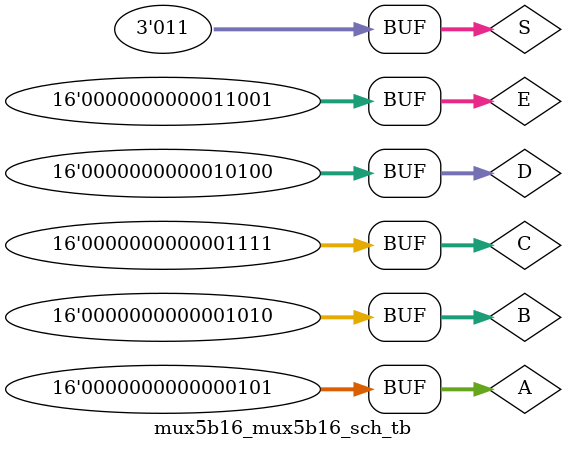
<source format=v>

`timescale 1ns / 1ps

module mux5b16_mux5b16_sch_tb();

// Inputs
   reg [15:0] A;
   reg [15:0] B;
   reg [15:0] C;
   reg [15:0] D;
   reg [15:0] E;
   reg [2:0] S;

// Output
   wire [15:0] O;

// Bidirs

// Instantiate the UUT
   mux5b16 UUT (
		.A(A), 
		.B(B), 
		.C(C), 
		.D(D), 
		.E(E), 
		.S(S), 
		.O(O)
   );
// Initialize Inputs
		initial begin
			A = 5;
			B = 10;
			C = 15;
			D = 20;
			E = 25;
			S = 3;
		end
endmodule

</source>
